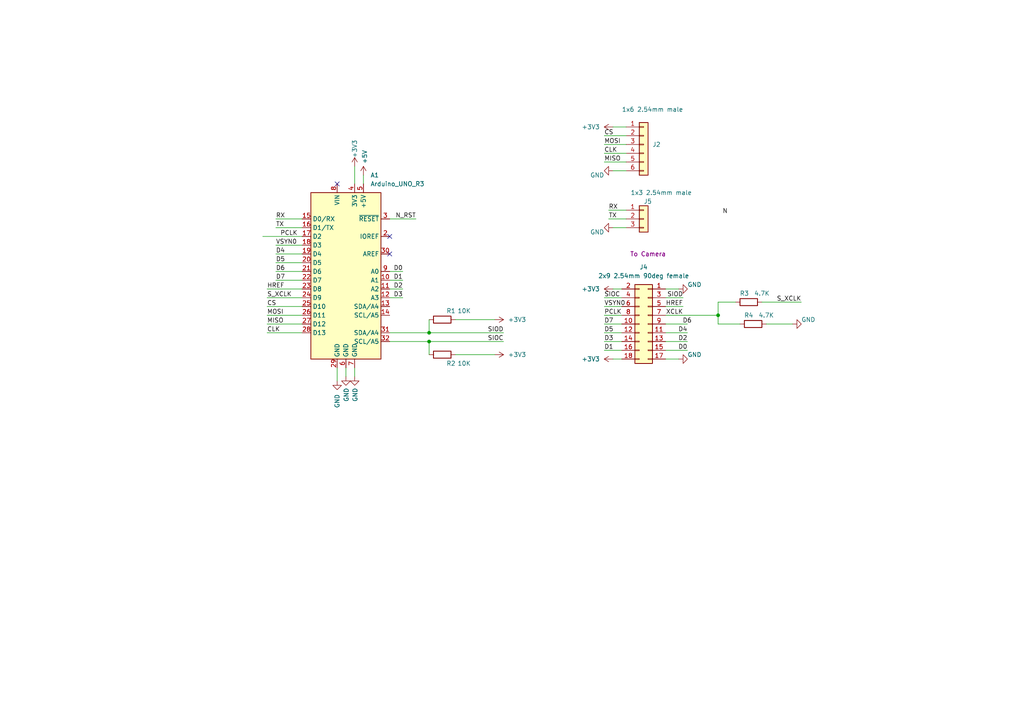
<source format=kicad_sch>
(kicad_sch (version 20211123) (generator eeschema)
  (paper "A4")
  (lib_symbols
    (symbol "Connector_Generic:Conn_01x03" (pin_names (offset 1.016) hide)
      (property "Reference" "J" (at 0 5.08 0))
      (property "Value" "Conn_01x03" (at 0 -5.08 0))
      (symbol "Conn_01x03_1_1"
        (rectangle (start -1.27 -2.413) (end 0 -2.667) (stroke (width 0.1524)))
        (rectangle (start -1.27 0.127) (end 0 -0.127) (stroke (width 0.1524)))
        (rectangle (start -1.27 2.667) (end 0 2.413) (stroke (width 0.1524)))
        (rectangle (start -1.27 3.81) (end 1.27 -3.81) (stroke (width 0.254)) (fill (type background)))
        (pin passive line (at -5.08 2.54 0) (length 3.81) (name "Pin_1") (number "1"))
        (pin passive line (at -5.08 0 0) (length 3.81) (name "Pin_2") (number "2"))
        (pin passive line (at -5.08 -2.54 0) (length 3.81) (name "Pin_3") (number "3"))
      )
    )
    (symbol "Connector_Generic:Conn_02x09_Odd_Even" (pin_names (offset 1.016) hide)
      (property "Reference" "J" (at 1.27 12.7 0))
      (property "Value" "Conn_02x09_Odd_Even" (at 1.27 -12.7 0))
      (symbol "Conn_02x09_Odd_Even_1_1"
        (rectangle (start -1.27 -10.033) (end 0 -10.287) (stroke (width 0.1524)))
        (rectangle (start -1.27 -7.493) (end 0 -7.747) (stroke (width 0.1524)))
        (rectangle (start -1.27 -4.953) (end 0 -5.207) (stroke (width 0.1524)))
        (rectangle (start -1.27 -2.413) (end 0 -2.667) (stroke (width 0.1524)))
        (rectangle (start -1.27 0.127) (end 0 -0.127) (stroke (width 0.1524)))
        (rectangle (start -1.27 2.667) (end 0 2.413) (stroke (width 0.1524)))
        (rectangle (start -1.27 5.207) (end 0 4.953) (stroke (width 0.1524)))
        (rectangle (start -1.27 7.747) (end 0 7.493) (stroke (width 0.1524)))
        (rectangle (start -1.27 10.287) (end 0 10.033) (stroke (width 0.1524)))
        (rectangle (start -1.27 11.43) (end 3.81 -11.43) (stroke (width 0.254)) (fill (type background)))
        (rectangle (start 3.81 -10.033) (end 2.54 -10.287) (stroke (width 0.1524)))
        (rectangle (start 3.81 -7.493) (end 2.54 -7.747) (stroke (width 0.1524)))
        (rectangle (start 3.81 -4.953) (end 2.54 -5.207) (stroke (width 0.1524)))
        (rectangle (start 3.81 -2.413) (end 2.54 -2.667) (stroke (width 0.1524)))
        (rectangle (start 3.81 0.127) (end 2.54 -0.127) (stroke (width 0.1524)))
        (rectangle (start 3.81 2.667) (end 2.54 2.413) (stroke (width 0.1524)))
        (rectangle (start 3.81 5.207) (end 2.54 4.953) (stroke (width 0.1524)))
        (rectangle (start 3.81 7.747) (end 2.54 7.493) (stroke (width 0.1524)))
        (rectangle (start 3.81 10.287) (end 2.54 10.033) (stroke (width 0.1524)))
        (pin passive line (at -5.08 10.16 0) (length 3.81) (name "Pin_1") (number "1"))
        (pin passive line (at 7.62 0 180) (length 3.81) (name "Pin_10") (number "10"))
        (pin passive line (at -5.08 -2.54 0) (length 3.81) (name "Pin_11") (number "11"))
        (pin passive line (at 7.62 -2.54 180) (length 3.81) (name "Pin_12") (number "12"))
        (pin passive line (at -5.08 -5.08 0) (length 3.81) (name "Pin_13") (number "13"))
        (pin passive line (at 7.62 -5.08 180) (length 3.81) (name "Pin_14") (number "14"))
        (pin passive line (at -5.08 -7.62 0) (length 3.81) (name "Pin_15") (number "15"))
        (pin passive line (at 7.62 -7.62 180) (length 3.81) (name "Pin_16") (number "16"))
        (pin passive line (at -5.08 -10.16 0) (length 3.81) (name "Pin_17") (number "17"))
        (pin passive line (at 7.62 -10.16 180) (length 3.81) (name "Pin_18") (number "18"))
        (pin passive line (at 7.62 10.16 180) (length 3.81) (name "Pin_2") (number "2"))
        (pin passive line (at -5.08 7.62 0) (length 3.81) (name "Pin_3") (number "3"))
        (pin passive line (at 7.62 7.62 180) (length 3.81) (name "Pin_4") (number "4"))
        (pin passive line (at -5.08 5.08 0) (length 3.81) (name "Pin_5") (number "5"))
        (pin passive line (at 7.62 5.08 180) (length 3.81) (name "Pin_6") (number "6"))
        (pin passive line (at -5.08 2.54 0) (length 3.81) (name "Pin_7") (number "7"))
        (pin passive line (at 7.62 2.54 180) (length 3.81) (name "Pin_8") (number "8"))
        (pin passive line (at -5.08 0 0) (length 3.81) (name "Pin_9") (number "9"))
      )
    )
    (symbol "Device:R" (pin_numbers hide) (pin_names (offset 0))
      (property "Reference" "R" (at 2.032 0 90))
      (property "Value" "R" (at 0 0 90))
      (symbol "R_0_1"
        (rectangle (start -1.016 -2.54) (end 1.016 2.54) (stroke (width 0.254)))
      )
      (symbol "R_1_1"
        (pin passive line (at 0 3.81 270) (length 1.27) (name "~") (number "1"))
        (pin passive line (at 0 -3.81 90) (length 1.27) (name "~") (number "2"))
      )
    )
    (symbol "MCU_Module:Arduino_UNO_R3"
      (property "Reference" "A" (at -10.16 23.495 0))
      (property "Value" "Arduino_UNO_R3" (at 5.08 -26.67 0))
      (symbol "Arduino_UNO_R3_0_1"
        (rectangle (start -10.16 22.86) (end 10.16 -25.4) (stroke (width 0.254)) (fill (type background)))
      )
      (symbol "Arduino_UNO_R3_1_1"
        (pin no_connect line (at -10.16 -20.32 0) (length 2.54) hide (name "NC") (number "1"))
        (pin bidirectional line (at 12.7 -2.54 180) (length 2.54) (name "A1") (number "10"))
        (pin bidirectional line (at 12.7 -5.08 180) (length 2.54) (name "A2") (number "11"))
        (pin bidirectional line (at 12.7 -7.62 180) (length 2.54) (name "A3") (number "12"))
        (pin bidirectional line (at 12.7 -10.16 180) (length 2.54) (name "SDA/A4") (number "13"))
        (pin bidirectional line (at 12.7 -12.7 180) (length 2.54) (name "SCL/A5") (number "14"))
        (pin bidirectional line (at -12.7 15.24 0) (length 2.54) (name "D0/RX") (number "15"))
        (pin bidirectional line (at -12.7 12.7 0) (length 2.54) (name "D1/TX") (number "16"))
        (pin bidirectional line (at -12.7 10.16 0) (length 2.54) (name "D2") (number "17"))
        (pin bidirectional line (at -12.7 7.62 0) (length 2.54) (name "D3") (number "18"))
        (pin bidirectional line (at -12.7 5.08 0) (length 2.54) (name "D4") (number "19"))
        (pin output line (at 12.7 10.16 180) (length 2.54) (name "IOREF") (number "2"))
        (pin bidirectional line (at -12.7 2.54 0) (length 2.54) (name "D5") (number "20"))
        (pin bidirectional line (at -12.7 0 0) (length 2.54) (name "D6") (number "21"))
        (pin bidirectional line (at -12.7 -2.54 0) (length 2.54) (name "D7") (number "22"))
        (pin bidirectional line (at -12.7 -5.08 0) (length 2.54) (name "D8") (number "23"))
        (pin bidirectional line (at -12.7 -7.62 0) (length 2.54) (name "D9") (number "24"))
        (pin bidirectional line (at -12.7 -10.16 0) (length 2.54) (name "D10") (number "25"))
        (pin bidirectional line (at -12.7 -12.7 0) (length 2.54) (name "D11") (number "26"))
        (pin bidirectional line (at -12.7 -15.24 0) (length 2.54) (name "D12") (number "27"))
        (pin bidirectional line (at -12.7 -17.78 0) (length 2.54) (name "D13") (number "28"))
        (pin power_in line (at -2.54 -27.94 90) (length 2.54) (name "GND") (number "29"))
        (pin input line (at 12.7 15.24 180) (length 2.54) (name "~{RESET}") (number "3"))
        (pin input line (at 12.7 5.08 180) (length 2.54) (name "AREF") (number "30"))
        (pin bidirectional line (at 12.7 -17.78 180) (length 2.54) (name "SDA/A4") (number "31"))
        (pin bidirectional line (at 12.7 -20.32 180) (length 2.54) (name "SCL/A5") (number "32"))
        (pin power_out line (at 2.54 25.4 270) (length 2.54) (name "3V3") (number "4"))
        (pin power_out line (at 5.08 25.4 270) (length 2.54) (name "+5V") (number "5"))
        (pin power_in line (at 0 -27.94 90) (length 2.54) (name "GND") (number "6"))
        (pin power_in line (at 2.54 -27.94 90) (length 2.54) (name "GND") (number "7"))
        (pin power_in line (at -2.54 25.4 270) (length 2.54) (name "VIN") (number "8"))
        (pin bidirectional line (at 12.7 0 180) (length 2.54) (name "A0") (number "9"))
      )
    )
    (symbol "Tuzibaba-cache:Connector_Generic_Conn_01x06" (pin_names (offset 1.016) hide)
      (property "Reference" "J" (at 0 7.62 0))
      (property "Value" "Connector_Generic_Conn_01x06" (at 0 -10.16 0))
      (symbol "Connector_Generic_Conn_01x06_1_1"
        (rectangle (start -1.27 -7.493) (end 0 -7.747) (stroke (width 0.1524)))
        (rectangle (start -1.27 -4.953) (end 0 -5.207) (stroke (width 0.1524)))
        (rectangle (start -1.27 -2.413) (end 0 -2.667) (stroke (width 0.1524)))
        (rectangle (start -1.27 0.127) (end 0 -0.127) (stroke (width 0.1524)))
        (rectangle (start -1.27 2.667) (end 0 2.413) (stroke (width 0.1524)))
        (rectangle (start -1.27 5.207) (end 0 4.953) (stroke (width 0.1524)))
        (rectangle (start -1.27 6.35) (end 1.27 -8.89) (stroke (width 0.254)) (fill (type background)))
        (pin passive line (at -5.08 5.08 0) (length 3.81) (name "Pin_1") (number "1"))
        (pin passive line (at -5.08 2.54 0) (length 3.81) (name "Pin_2") (number "2"))
        (pin passive line (at -5.08 0 0) (length 3.81) (name "Pin_3") (number "3"))
        (pin passive line (at -5.08 -2.54 0) (length 3.81) (name "Pin_4") (number "4"))
        (pin passive line (at -5.08 -5.08 0) (length 3.81) (name "Pin_5") (number "5"))
        (pin passive line (at -5.08 -7.62 0) (length 3.81) (name "Pin_6") (number "6"))
      )
    )
    (symbol "power:+3V3" (power) (pin_names (offset 0))
      (property "Value" "+3V3" (at 0 3.556 0))
      (symbol "+3V3_0_1"
        (polyline (pts (xy -0.762 1.27) (xy 0 2.54)))
        (polyline (pts (xy 0 0) (xy 0 2.54)))
        (polyline (pts (xy 0 2.54) (xy 0.762 1.27)))
      )
      (symbol "+3V3_1_1"
        (pin power_in line (at 0 0 90) (length 0) hide (name "+3V3") (number "1"))
      )
    )
    (symbol "power:+5V" (power) (pin_names (offset 0))
      (property "Value" "+5V" (at 0 3.556 0))
      (symbol "+5V_0_1"
        (polyline (pts (xy -0.762 1.27) (xy 0 2.54)))
        (polyline (pts (xy 0 0) (xy 0 2.54)))
        (polyline (pts (xy 0 2.54) (xy 0.762 1.27)))
      )
      (symbol "+5V_1_1"
        (pin power_in line (at 0 0 90) (length 0) hide (name "+5V") (number "1"))
      )
    )
    (symbol "power:GND" (power) (pin_names (offset 0))
      (property "Value" "GND" (at 0 -3.81 0))
      (symbol "GND_0_1"
        (polyline (pts (xy 0 0) (xy 0 -1.27) (xy 1.27 -1.27) (xy 0 -2.54) (xy -1.27 -1.27) (xy 0 -1.27)))
      )
      (symbol "GND_1_1"
        (pin power_in line (at 0 0 270) (length 0) hide (name "GND") (number "1"))
      )
    )
  )
  (junction (at 124.46 99.06))
  (junction (at 124.46 96.52))
  (junction (at 208.28 91.44))
  (no_connect (at 113.03 73.66))
  (no_connect (at 113.03 68.58))
  (no_connect (at 97.79 53.34))
  (wire (pts (xy 175.26 41.91) (xy 181.61 41.91)))
  (wire (pts (xy 193.04 86.36) (xy 198.12 86.36)))
  (wire (pts (xy 220.98 87.63) (xy 232.41 87.63)))
  (wire (pts (xy 113.03 78.74) (xy 116.84 78.74)))
  (wire (pts (xy 175.26 44.45) (xy 181.61 44.45)))
  (wire (pts (xy 77.47 96.52) (xy 87.63 96.52)))
  (wire (pts (xy 97.79 106.68) (xy 97.79 110.49)))
  (wire (pts (xy 77.47 91.44) (xy 87.63 91.44)))
  (wire (pts (xy 113.03 83.82) (xy 116.84 83.82)))
  (wire (pts (xy 175.26 86.36) (xy 180.34 86.36)))
  (wire (pts (xy 208.28 93.98) (xy 214.63 93.98)))
  (wire (pts (xy 77.47 86.36) (xy 87.63 86.36)))
  (wire (pts (xy 113.03 81.28) (xy 116.84 81.28)))
  (wire (pts (xy 193.04 93.98) (xy 199.39 93.98)))
  (wire (pts (xy 175.26 96.52) (xy 180.34 96.52)))
  (wire (pts (xy 124.46 99.06) (xy 146.05 99.06)))
  (wire (pts (xy 80.01 63.5) (xy 87.63 63.5)))
  (wire (pts (xy 80.01 66.04) (xy 87.63 66.04)))
  (wire (pts (xy 208.28 91.44) (xy 208.28 87.63)))
  (wire (pts (xy 175.26 91.44) (xy 180.34 91.44)))
  (wire (pts (xy 102.87 53.34) (xy 102.87 48.26)))
  (wire (pts (xy 77.47 93.98) (xy 87.63 93.98)))
  (wire (pts (xy 193.04 99.06) (xy 199.39 99.06)))
  (wire (pts (xy 193.04 83.82) (xy 196.85 83.82)))
  (wire (pts (xy 105.41 50.8) (xy 105.41 53.34)))
  (wire (pts (xy 77.47 88.9) (xy 87.63 88.9)))
  (wire (pts (xy 100.33 109.22) (xy 100.33 106.68)))
  (wire (pts (xy 175.26 101.6) (xy 180.34 101.6)))
  (wire (pts (xy 175.26 39.37) (xy 181.61 39.37)))
  (wire (pts (xy 132.08 92.71) (xy 143.51 92.71)))
  (wire (pts (xy 177.8 66.04) (xy 181.61 66.04)))
  (wire (pts (xy 113.03 96.52) (xy 124.46 96.52)))
  (wire (pts (xy 177.8 49.53) (xy 181.61 49.53)))
  (wire (pts (xy 177.8 36.83) (xy 181.61 36.83)))
  (wire (pts (xy 175.26 99.06) (xy 180.34 99.06)))
  (wire (pts (xy 176.53 63.5) (xy 181.61 63.5)))
  (wire (pts (xy 222.25 93.98) (xy 229.87 93.98)))
  (wire (pts (xy 76.2 68.58) (xy 87.63 68.58)))
  (wire (pts (xy 113.03 63.5) (xy 120.65 63.5)))
  (wire (pts (xy 113.03 99.06) (xy 124.46 99.06)))
  (wire (pts (xy 193.04 96.52) (xy 199.39 96.52)))
  (wire (pts (xy 175.26 88.9) (xy 180.34 88.9)))
  (wire (pts (xy 80.01 71.12) (xy 87.63 71.12)))
  (wire (pts (xy 132.08 102.87) (xy 143.51 102.87)))
  (wire (pts (xy 80.01 81.28) (xy 87.63 81.28)))
  (wire (pts (xy 193.04 101.6) (xy 199.39 101.6)))
  (wire (pts (xy 80.01 73.66) (xy 87.63 73.66)))
  (wire (pts (xy 208.28 87.63) (xy 213.36 87.63)))
  (wire (pts (xy 193.04 91.44) (xy 208.28 91.44)))
  (wire (pts (xy 102.87 109.22) (xy 102.87 106.68)))
  (wire (pts (xy 193.04 88.9) (xy 198.12 88.9)))
  (wire (pts (xy 177.8 104.14) (xy 180.34 104.14)))
  (wire (pts (xy 193.04 104.14) (xy 196.85 104.14)))
  (wire (pts (xy 175.26 93.98) (xy 180.34 93.98)))
  (wire (pts (xy 208.28 91.44) (xy 208.28 93.98)))
  (wire (pts (xy 176.53 60.96) (xy 181.61 60.96)))
  (wire (pts (xy 124.46 92.71) (xy 124.46 96.52)))
  (wire (pts (xy 175.26 46.99) (xy 181.61 46.99)))
  (wire (pts (xy 177.8 83.82) (xy 180.34 83.82)))
  (wire (pts (xy 80.01 76.2) (xy 87.63 76.2)))
  (wire (pts (xy 124.46 99.06) (xy 124.46 102.87)))
  (wire (pts (xy 77.47 83.82) (xy 87.63 83.82)))
  (wire (pts (xy 80.01 78.74) (xy 87.63 78.74)))
  (wire (pts (xy 113.03 86.36) (xy 116.84 86.36)))
  (wire (pts (xy 124.46 96.52) (xy 146.05 96.52)))
  (label "CLK" (at 175.26 44.45 0))
  (label "TX" (at 176.53 63.5 0))
  (label "D7" (at 175.26 93.98 0))
  (label "D7" (at 80.01 81.28 0))
  (label "MOSI" (at 77.47 91.44 0))
  (label "SIOD" (at 198.12 86.36 180))
  (label "HREF" (at 77.47 83.82 0))
  (label "MISO" (at 175.26 46.99 0))
  (label "D2" (at 199.39 99.06 180))
  (label "SIOC" (at 175.26 86.36 0))
  (label "D1" (at 175.26 101.6 0))
  (label "D4" (at 80.01 73.66 0))
  (label "D0" (at 199.39 101.6 180))
  (label "D2" (at 116.84 83.82 180))
  (label "SIOD" (at 146.05 96.52 180))
  (label "S_XCLK" (at 232.41 87.63 180))
  (label "N_RST" (at 120.65 63.5 180))
  (label "D3" (at 175.26 99.06 0))
  (label "PCLK" (at 175.26 91.44 0))
  (label "CLK" (at 77.47 96.52 0))
  (label "MISO" (at 77.47 93.98 0))
  (label "D6" (at 200.66 93.98 180))
  (label "CS" (at 175.26 39.37 0))
  (label "CS" (at 77.47 88.9 0))
  (label "VSYN0" (at 175.26 88.9 0))
  (label "D0" (at 116.84 78.74 180))
  (label "D6" (at 80.01 78.74 0))
  (label "MOSI" (at 175.26 41.91 0))
  (label "RX" (at 80.01 63.5 0))
  (label "RX" (at 176.53 60.96 0))
  (label "HREF" (at 198.12 88.9 180))
  (label "D5" (at 175.26 96.52 0))
  (label "D1" (at 116.84 81.28 180))
  (label "XCLK" (at 198.12 91.44 180))
  (label "TX" (at 80.01 66.04 0))
  (label "N" (at 209.55 62.23 0))
  (label "D3" (at 116.84 86.36 180))
  (label "D5" (at 80.01 76.2 0))
  (label "VSYN0" (at 80.01 71.12 0))
  (label "PCLK" (at 81.28 68.58 0))
  (label "SIOC" (at 146.05 99.06 180))
  (label "D4" (at 199.39 96.52 180))
  (label "S_XCLK" (at 77.47 86.36 0))
  (symbol (lib_id "power:GND") (at 100.33 109.22 0) (unit 1)
    (property "Reference" "#PWR03" (effects hide))
    (property "Value" "GND" (at 100.457 112.4712 90) (effects (justify right)))
  )
  (symbol (lib_id "power:GND") (at 102.87 109.22 0) (unit 1)
    (property "Reference" "#PWR02" (effects hide))
    (property "Value" "GND" (at 102.997 112.4712 90) (effects (justify right)))
  )
  (symbol (lib_id "power:+5V") (at 105.41 50.8 0) (unit 1)
    (property "Reference" "#PWR0102" (effects hide))
    (property "Value" "+5V" (at 105.791 47.5488 90) (effects (justify left)))
  )
  (symbol (lib_id "Device:R") (at 217.17 87.63 90) (unit 1)
    (property "Reference" "R3" (at 215.9 85.09 90))
    (property "Value" "4.7K" (at 220.98 85.09 90))
    (property "Footprint" "For_Rasterboard:R_Axial_DIN0207_L6.3mm_D2.5mm_P7.62mm_Horizontal" (effects hide))
  )
  (symbol (lib_id "power:+3V3") (at 177.8 36.83 90) (unit 1)
    (property "Reference" "#PWR0110" (effects hide))
    (property "Value" "+3V3" (at 173.99 36.8299 90) (effects (justify left)))
  )
  (symbol (lib_id "power:GND") (at 196.85 83.82 90) (unit 1)
    (property "Reference" "#PWR0101" (effects hide))
    (property "Value" "GND" (at 199.39 82.55 90) (effects (justify right)))
  )
  (symbol (lib_id "MCU_Module:Arduino_UNO_R3") (at 100.33 78.74 0) (unit 1)
    (property "Reference" "A1" (at 107.4294 50.8 0) (effects (justify left)))
    (property "Value" "Arduino_UNO_R3" (at 107.4294 53.34 0) (effects (justify left)))
    (property "Footprint" "For_Rasterboard:Arduino_UNO_R3_WithMountingHoles_Snapped_to_P2.54mm" (effects hide))
    (property "Datasheet" "https://www.arduino.cc/en/Main/arduinoBoardUno" (effects hide))
  )
  (symbol (lib_id "power:GND") (at 177.8 49.53 270) (unit 1)
    (property "Reference" "#PWR0109" (effects hide))
    (property "Value" "GND" (at 175.26 50.8 90) (effects (justify right)))
  )
  (symbol (lib_id "Device:R") (at 218.44 93.98 90) (unit 1)
    (property "Reference" "R4" (at 217.17 91.44 90))
    (property "Value" "4.7K" (at 222.25 91.44 90))
    (property "Footprint" "For_Rasterboard:R_Axial_DIN0207_L6.3mm_D2.5mm_P7.62mm_Horizontal" (effects hide))
  )
  (symbol (lib_id "Device:R") (at 128.27 102.87 270) (unit 1)
    (property "Reference" "R2" (at 130.81 105.41 90))
    (property "Value" "10K" (at 134.62 105.41 90))
    (property "Footprint" "For_Rasterboard:R_Axial_DIN0207_L6.3mm_D2.5mm_P7.62mm_Horizontal" (effects hide))
  )
  (symbol (lib_id "power:GND") (at 196.85 104.14 90) (unit 1)
    (property "Reference" "#PWR0105" (effects hide))
    (property "Value" "GND" (at 199.39 102.87 90) (effects (justify right)))
  )
  (symbol (lib_id "power:+3V3") (at 177.8 83.82 90) (unit 1)
    (property "Reference" "#PWR04" (effects hide))
    (property "Value" "+3V3" (at 173.99 83.8199 90) (effects (justify left)))
  )
  (symbol (lib_id "power:GND") (at 97.79 110.49 0) (unit 1)
    (property "Reference" "#PWR0103" (effects hide))
    (property "Value" "GND" (at 97.7901 114.3 90) (effects (justify right)))
  )
  (symbol (lib_id "Connector_Generic:Conn_02x09_Odd_Even") (at 187.96 93.98 0) (mirror y) (unit 1)
    (property "Reference" "J4" (at 186.69 77.47 0))
    (property "Value" "2x9 2.54mm 90deg female" (at 186.69 80.01 0))
    (property "Footprint" "Connector_PinSocket_2.54mm:PinSocket_2x09_P2.54mm_Vertical" (effects hide))
    (property "Comment" "To Camera" (at 187.96 73.66 0))
  )
  (symbol (lib_id "power:+3V3") (at 143.51 92.71 270) (unit 1)
    (property "Reference" "#PWR0106" (effects hide))
    (property "Value" "+3V3" (at 147.32 92.71 90) (effects (justify left)))
  )
  (symbol (lib_id "power:GND") (at 229.87 93.98 90) (unit 1)
    (property "Reference" "#PWR0104" (effects hide))
    (property "Value" "GND" (at 232.41 92.71 90) (effects (justify right)))
  )
  (symbol (lib_id "power:+3V3") (at 177.8 104.14 90) (unit 1)
    (property "Reference" "#PWR0107" (effects hide))
    (property "Value" "+3V3" (at 173.99 104.1399 90) (effects (justify left)))
  )
  (symbol (lib_id "Device:R") (at 128.27 92.71 90) (unit 1)
    (property "Reference" "R1" (at 130.81 90.17 90))
    (property "Value" "10K" (at 134.62 90.17 90))
    (property "Footprint" "For_Rasterboard:R_Axial_DIN0207_L6.3mm_D2.5mm_P7.62mm_Horizontal" (effects hide))
  )
  (symbol (lib_id "Connector_Generic:Conn_01x03") (at 186.69 63.5 0) (unit 1)
    (property "Reference" "J5" (at 186.69 58.42 0) (effects (justify left)))
    (property "Value" "1x3 2.54mm male" (at 182.88 55.88 0) (effects (justify left)))
    (property "Footprint" "Connector_PinSocket_2.54mm:PinSocket_1x03_P2.54mm_Vertical" (effects hide))
  )
  (symbol (lib_id "power:+3V3") (at 102.87 48.26 0) (unit 1)
    (property "Reference" "#PWR01" (effects hide))
    (property "Value" "+3V3" (at 102.87 43.18 90))
  )
  (symbol (lib_id "power:+3V3") (at 143.51 102.87 270) (unit 1)
    (property "Reference" "#PWR0108" (effects hide))
    (property "Value" "+3V3" (at 147.32 102.8699 90) (effects (justify left)))
  )
  (symbol (lib_id "power:GND") (at 177.8 66.04 270) (unit 1)
    (property "Reference" "#PWR0111" (effects hide))
    (property "Value" "GND" (at 175.26 67.31 90) (effects (justify right)))
  )
  (symbol (lib_id "Tuzibaba-cache:Connector_Generic_Conn_01x06") (at 186.69 41.91 0) (unit 1)
    (property "Reference" "J2" (at 189.23 41.9099 0) (effects (justify left)))
    (property "Value" "1x6 2.54mm male" (at 180.34 31.75 0) (effects (justify left)))
    (property "Footprint" "Connector_PinSocket_2.54mm:PinSocket_1x06_P2.54mm_Vertical" (effects hide))
    (property "Comment" "To SD card reader" (effects hide))
  )
)
</source>
